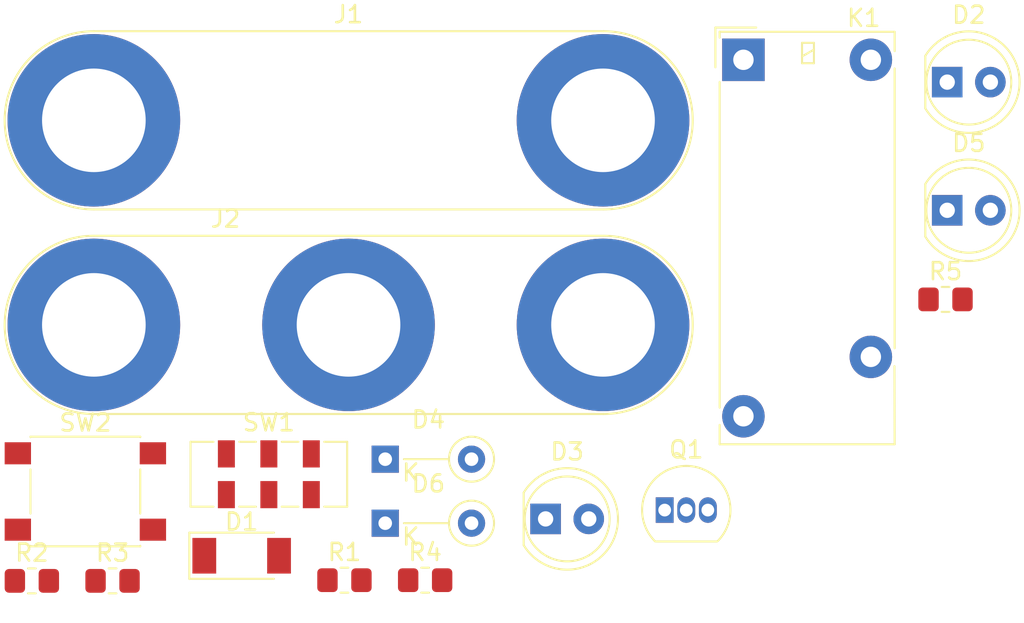
<source format=kicad_pcb>
(kicad_pcb (version 20171130) (host pcbnew 5.1.8-db9833491~88~ubuntu20.04.1)

  (general
    (thickness 1.6)
    (drawings 0)
    (tracks 0)
    (zones 0)
    (modules 17)
    (nets 16)
  )

  (page A4)
  (layers
    (0 F.Cu signal)
    (31 B.Cu signal)
    (32 B.Adhes user)
    (33 F.Adhes user)
    (34 B.Paste user)
    (35 F.Paste user)
    (36 B.SilkS user)
    (37 F.SilkS user)
    (38 B.Mask user)
    (39 F.Mask user)
    (40 Dwgs.User user)
    (41 Cmts.User user)
    (42 Eco1.User user)
    (43 Eco2.User user)
    (44 Edge.Cuts user)
    (45 Margin user)
    (46 B.CrtYd user)
    (47 F.CrtYd user)
    (48 B.Fab user)
    (49 F.Fab user)
  )

  (setup
    (last_trace_width 0.25)
    (trace_clearance 0.2)
    (zone_clearance 0.508)
    (zone_45_only no)
    (trace_min 0.2)
    (via_size 0.8)
    (via_drill 0.4)
    (via_min_size 0.4)
    (via_min_drill 0.3)
    (uvia_size 0.3)
    (uvia_drill 0.1)
    (uvias_allowed no)
    (uvia_min_size 0.2)
    (uvia_min_drill 0.1)
    (edge_width 0.05)
    (segment_width 0.2)
    (pcb_text_width 0.3)
    (pcb_text_size 1.5 1.5)
    (mod_edge_width 0.12)
    (mod_text_size 1 1)
    (mod_text_width 0.15)
    (pad_size 1.524 1.524)
    (pad_drill 0.762)
    (pad_to_mask_clearance 0)
    (aux_axis_origin 0 0)
    (visible_elements FFFFFF7F)
    (pcbplotparams
      (layerselection 0x010fc_ffffffff)
      (usegerberextensions false)
      (usegerberattributes true)
      (usegerberadvancedattributes true)
      (creategerberjobfile true)
      (excludeedgelayer true)
      (linewidth 0.100000)
      (plotframeref false)
      (viasonmask false)
      (mode 1)
      (useauxorigin false)
      (hpglpennumber 1)
      (hpglpenspeed 20)
      (hpglpendiameter 15.000000)
      (psnegative false)
      (psa4output false)
      (plotreference true)
      (plotvalue true)
      (plotinvisibletext false)
      (padsonsilk false)
      (subtractmaskfromsilk false)
      (outputformat 1)
      (mirror false)
      (drillshape 1)
      (scaleselection 1)
      (outputdirectory ""))
  )

  (net 0 "")
  (net 1 "Net-(D1-Pad1)")
  (net 2 "Net-(D1-Pad2)")
  (net 3 "Net-(D2-Pad1)")
  (net 4 GND)
  (net 5 "Net-(D3-Pad2)")
  (net 6 "Net-(D4-Pad2)")
  (net 7 "Net-(D4-Pad1)")
  (net 8 "Net-(D5-Pad2)")
  (net 9 "Net-(D5-Pad1)")
  (net 10 "Net-(D6-Pad2)")
  (net 11 "Net-(J2-Pad3)")
  (net 12 +VDC)
  (net 13 "Net-(Q1-Pad2)")
  (net 14 "Net-(R2-Pad1)")
  (net 15 "Net-(SW1-Pad1)")

  (net_class Default "This is the default net class."
    (clearance 0.2)
    (trace_width 0.25)
    (via_dia 0.8)
    (via_drill 0.4)
    (uvia_dia 0.3)
    (uvia_drill 0.1)
    (add_net +VDC)
    (add_net GND)
    (add_net "Net-(D1-Pad1)")
    (add_net "Net-(D1-Pad2)")
    (add_net "Net-(D2-Pad1)")
    (add_net "Net-(D3-Pad2)")
    (add_net "Net-(D4-Pad1)")
    (add_net "Net-(D4-Pad2)")
    (add_net "Net-(D5-Pad1)")
    (add_net "Net-(D5-Pad2)")
    (add_net "Net-(D6-Pad2)")
    (add_net "Net-(J2-Pad3)")
    (add_net "Net-(Q1-Pad2)")
    (add_net "Net-(R2-Pad1)")
    (add_net "Net-(SW1-Pad1)")
  )

  (module Diode_SMD:D_SOD-128 (layer F.Cu) (tedit 5D3216F4) (tstamp 601F6464)
    (at 115.825001 107.375001)
    (descr "D_SOD-128 (CFP5 SlimSMAW), https://assets.nexperia.com/documents/outline-drawing/SOD128.pdf")
    (tags D_SOD-128)
    (path /601CE6CB)
    (attr smd)
    (fp_text reference D1 (at 0 -2) (layer F.SilkS)
      (effects (font (size 1 1) (thickness 0.15)))
    )
    (fp_text value D_Schottky (at 0 2) (layer F.Fab)
      (effects (font (size 1 1) (thickness 0.15)))
    )
    (fp_line (start -3.08 -1.36) (end 1.9 -1.36) (layer F.SilkS) (width 0.12))
    (fp_line (start -3.08 1.36) (end 1.9 1.36) (layer F.SilkS) (width 0.12))
    (fp_line (start -3.15 -1.5) (end -3.15 1.5) (layer F.CrtYd) (width 0.05))
    (fp_line (start 3.15 1.5) (end -3.15 1.5) (layer F.CrtYd) (width 0.05))
    (fp_line (start 3.15 -1.5) (end 3.15 1.5) (layer F.CrtYd) (width 0.05))
    (fp_line (start -3.15 -1.5) (end 3.15 -1.5) (layer F.CrtYd) (width 0.05))
    (fp_line (start -1.9 -1.25) (end 1.9 -1.25) (layer F.Fab) (width 0.1))
    (fp_line (start 1.9 -1.25) (end 1.9 1.25) (layer F.Fab) (width 0.1))
    (fp_line (start 1.9 1.25) (end -1.9 1.25) (layer F.Fab) (width 0.1))
    (fp_line (start -1.9 1.25) (end -1.9 -1.25) (layer F.Fab) (width 0.1))
    (fp_line (start -0.75 0) (end -0.35 0) (layer F.Fab) (width 0.1))
    (fp_line (start -0.35 0) (end -0.35 -0.55) (layer F.Fab) (width 0.1))
    (fp_line (start -0.35 0) (end -0.35 0.55) (layer F.Fab) (width 0.1))
    (fp_line (start -0.35 0) (end 0.25 -0.4) (layer F.Fab) (width 0.1))
    (fp_line (start 0.25 -0.4) (end 0.25 0.4) (layer F.Fab) (width 0.1))
    (fp_line (start 0.25 0.4) (end -0.35 0) (layer F.Fab) (width 0.1))
    (fp_line (start 0.25 0) (end 0.75 0) (layer F.Fab) (width 0.1))
    (fp_line (start -3.08 -1.36) (end -3.08 1.36) (layer F.SilkS) (width 0.12))
    (fp_text user %R (at 0 -2) (layer F.Fab)
      (effects (font (size 1 1) (thickness 0.15)))
    )
    (pad 1 smd rect (at -2.2 0) (size 1.4 2.1) (layers F.Cu F.Paste F.Mask)
      (net 1 "Net-(D1-Pad1)"))
    (pad 2 smd rect (at 2.2 0) (size 1.4 2.1) (layers F.Cu F.Paste F.Mask)
      (net 2 "Net-(D1-Pad2)"))
    (model ${KISYS3DMOD}/Diode_SMD.3dshapes/D_SOD-128.wrl
      (at (xyz 0 0 0))
      (scale (xyz 1 1 1))
      (rotate (xyz 0 0 0))
    )
  )

  (module LED_THT:LED_D5.0mm (layer F.Cu) (tedit 5995936A) (tstamp 601F6476)
    (at 157.355001 79.475001)
    (descr "LED, diameter 5.0mm, 2 pins, http://cdn-reichelt.de/documents/datenblatt/A500/LL-504BC2E-009.pdf")
    (tags "LED diameter 5.0mm 2 pins")
    (path /601CAE0C)
    (fp_text reference D2 (at 1.27 -3.96) (layer F.SilkS)
      (effects (font (size 1 1) (thickness 0.15)))
    )
    (fp_text value LED (at 1.27 3.96) (layer F.Fab)
      (effects (font (size 1 1) (thickness 0.15)))
    )
    (fp_line (start 4.5 -3.25) (end -1.95 -3.25) (layer F.CrtYd) (width 0.05))
    (fp_line (start 4.5 3.25) (end 4.5 -3.25) (layer F.CrtYd) (width 0.05))
    (fp_line (start -1.95 3.25) (end 4.5 3.25) (layer F.CrtYd) (width 0.05))
    (fp_line (start -1.95 -3.25) (end -1.95 3.25) (layer F.CrtYd) (width 0.05))
    (fp_line (start -1.29 -1.545) (end -1.29 1.545) (layer F.SilkS) (width 0.12))
    (fp_line (start -1.23 -1.469694) (end -1.23 1.469694) (layer F.Fab) (width 0.1))
    (fp_circle (center 1.27 0) (end 3.77 0) (layer F.SilkS) (width 0.12))
    (fp_circle (center 1.27 0) (end 3.77 0) (layer F.Fab) (width 0.1))
    (fp_arc (start 1.27 0) (end -1.23 -1.469694) (angle 299.1) (layer F.Fab) (width 0.1))
    (fp_arc (start 1.27 0) (end -1.29 -1.54483) (angle 148.9) (layer F.SilkS) (width 0.12))
    (fp_arc (start 1.27 0) (end -1.29 1.54483) (angle -148.9) (layer F.SilkS) (width 0.12))
    (fp_text user %R (at 1.25 0) (layer F.Fab)
      (effects (font (size 0.8 0.8) (thickness 0.2)))
    )
    (pad 1 thru_hole rect (at 0 0) (size 1.8 1.8) (drill 0.9) (layers *.Cu *.Mask)
      (net 3 "Net-(D2-Pad1)"))
    (pad 2 thru_hole circle (at 2.54 0) (size 1.8 1.8) (drill 0.9) (layers *.Cu *.Mask)
      (net 2 "Net-(D1-Pad2)"))
    (model ${KISYS3DMOD}/LED_THT.3dshapes/LED_D5.0mm.wrl
      (at (xyz 0 0 0))
      (scale (xyz 1 1 1))
      (rotate (xyz 0 0 0))
    )
  )

  (module LED_THT:LED_D5.0mm (layer F.Cu) (tedit 5995936A) (tstamp 601F6488)
    (at 133.715001 105.205001)
    (descr "LED, diameter 5.0mm, 2 pins, http://cdn-reichelt.de/documents/datenblatt/A500/LL-504BC2E-009.pdf")
    (tags "LED diameter 5.0mm 2 pins")
    (path /601B1F12)
    (fp_text reference D3 (at 1.27 -3.96) (layer F.SilkS)
      (effects (font (size 1 1) (thickness 0.15)))
    )
    (fp_text value LED (at 1.27 3.96) (layer F.Fab)
      (effects (font (size 1 1) (thickness 0.15)))
    )
    (fp_line (start 4.5 -3.25) (end -1.95 -3.25) (layer F.CrtYd) (width 0.05))
    (fp_line (start 4.5 3.25) (end 4.5 -3.25) (layer F.CrtYd) (width 0.05))
    (fp_line (start -1.95 3.25) (end 4.5 3.25) (layer F.CrtYd) (width 0.05))
    (fp_line (start -1.95 -3.25) (end -1.95 3.25) (layer F.CrtYd) (width 0.05))
    (fp_line (start -1.29 -1.545) (end -1.29 1.545) (layer F.SilkS) (width 0.12))
    (fp_line (start -1.23 -1.469694) (end -1.23 1.469694) (layer F.Fab) (width 0.1))
    (fp_circle (center 1.27 0) (end 3.77 0) (layer F.SilkS) (width 0.12))
    (fp_circle (center 1.27 0) (end 3.77 0) (layer F.Fab) (width 0.1))
    (fp_arc (start 1.27 0) (end -1.23 -1.469694) (angle 299.1) (layer F.Fab) (width 0.1))
    (fp_arc (start 1.27 0) (end -1.29 -1.54483) (angle 148.9) (layer F.SilkS) (width 0.12))
    (fp_arc (start 1.27 0) (end -1.29 1.54483) (angle -148.9) (layer F.SilkS) (width 0.12))
    (fp_text user %R (at 1.25 0) (layer F.Fab)
      (effects (font (size 0.8 0.8) (thickness 0.2)))
    )
    (pad 1 thru_hole rect (at 0 0) (size 1.8 1.8) (drill 0.9) (layers *.Cu *.Mask)
      (net 4 GND))
    (pad 2 thru_hole circle (at 2.54 0) (size 1.8 1.8) (drill 0.9) (layers *.Cu *.Mask)
      (net 5 "Net-(D3-Pad2)"))
    (model ${KISYS3DMOD}/LED_THT.3dshapes/LED_D5.0mm.wrl
      (at (xyz 0 0 0))
      (scale (xyz 1 1 1))
      (rotate (xyz 0 0 0))
    )
  )

  (module Diode_THT:D_DO-35_SOD27_P5.08mm_Vertical_KathodeUp (layer F.Cu) (tedit 5AE50CD5) (tstamp 601F6499)
    (at 124.275001 101.686372)
    (descr "Diode, DO-35_SOD27 series, Axial, Vertical, pin pitch=5.08mm, , length*diameter=4*2mm^2, , http://www.diodes.com/_files/packages/DO-35.pdf")
    (tags "Diode DO-35_SOD27 series Axial Vertical pin pitch 5.08mm  length 4mm diameter 2mm")
    (path /601B23FF)
    (fp_text reference D4 (at 2.54 -2.326371) (layer F.SilkS)
      (effects (font (size 1 1) (thickness 0.15)))
    )
    (fp_text value DIODE (at 2.54 2.326371) (layer F.Fab)
      (effects (font (size 1 1) (thickness 0.15)))
    )
    (fp_text user K (at 1.5 0.8) (layer F.SilkS)
      (effects (font (size 1 1) (thickness 0.15)))
    )
    (fp_text user K (at 1.5 0.8) (layer F.Fab)
      (effects (font (size 1 1) (thickness 0.15)))
    )
    (fp_text user %R (at 2.54 -2.326371) (layer F.Fab)
      (effects (font (size 1 1) (thickness 0.15)))
    )
    (fp_circle (center 5.08 0) (end 6.08 0) (layer F.Fab) (width 0.1))
    (fp_circle (center 5.08 0) (end 6.406371 0) (layer F.SilkS) (width 0.12))
    (fp_line (start 0 0) (end 5.08 0) (layer F.Fab) (width 0.1))
    (fp_line (start 3.753629 0) (end 1.1 0) (layer F.SilkS) (width 0.12))
    (fp_line (start -1.05 -1.25) (end -1.05 1.25) (layer F.CrtYd) (width 0.05))
    (fp_line (start -1.05 1.25) (end 6.33 1.25) (layer F.CrtYd) (width 0.05))
    (fp_line (start 6.33 1.25) (end 6.33 -1.25) (layer F.CrtYd) (width 0.05))
    (fp_line (start 6.33 -1.25) (end -1.05 -1.25) (layer F.CrtYd) (width 0.05))
    (pad 2 thru_hole oval (at 5.08 0) (size 1.6 1.6) (drill 0.8) (layers *.Cu *.Mask)
      (net 6 "Net-(D4-Pad2)"))
    (pad 1 thru_hole rect (at 0 0) (size 1.6 1.6) (drill 0.8) (layers *.Cu *.Mask)
      (net 7 "Net-(D4-Pad1)"))
    (model ${KISYS3DMOD}/Diode_THT.3dshapes/D_DO-35_SOD27_P5.08mm_Vertical_KathodeUp.wrl
      (at (xyz 0 0 0))
      (scale (xyz 1 1 1))
      (rotate (xyz 0 0 0))
    )
  )

  (module LED_THT:LED_D5.0mm (layer F.Cu) (tedit 5995936A) (tstamp 601F64AB)
    (at 157.355001 87.025001)
    (descr "LED, diameter 5.0mm, 2 pins, http://cdn-reichelt.de/documents/datenblatt/A500/LL-504BC2E-009.pdf")
    (tags "LED diameter 5.0mm 2 pins")
    (path /601AC983)
    (fp_text reference D5 (at 1.27 -3.96) (layer F.SilkS)
      (effects (font (size 1 1) (thickness 0.15)))
    )
    (fp_text value LED (at 1.27 3.96) (layer F.Fab)
      (effects (font (size 1 1) (thickness 0.15)))
    )
    (fp_text user %R (at 1.25 0) (layer F.Fab)
      (effects (font (size 0.8 0.8) (thickness 0.2)))
    )
    (fp_arc (start 1.27 0) (end -1.29 1.54483) (angle -148.9) (layer F.SilkS) (width 0.12))
    (fp_arc (start 1.27 0) (end -1.29 -1.54483) (angle 148.9) (layer F.SilkS) (width 0.12))
    (fp_arc (start 1.27 0) (end -1.23 -1.469694) (angle 299.1) (layer F.Fab) (width 0.1))
    (fp_circle (center 1.27 0) (end 3.77 0) (layer F.Fab) (width 0.1))
    (fp_circle (center 1.27 0) (end 3.77 0) (layer F.SilkS) (width 0.12))
    (fp_line (start -1.23 -1.469694) (end -1.23 1.469694) (layer F.Fab) (width 0.1))
    (fp_line (start -1.29 -1.545) (end -1.29 1.545) (layer F.SilkS) (width 0.12))
    (fp_line (start -1.95 -3.25) (end -1.95 3.25) (layer F.CrtYd) (width 0.05))
    (fp_line (start -1.95 3.25) (end 4.5 3.25) (layer F.CrtYd) (width 0.05))
    (fp_line (start 4.5 3.25) (end 4.5 -3.25) (layer F.CrtYd) (width 0.05))
    (fp_line (start 4.5 -3.25) (end -1.95 -3.25) (layer F.CrtYd) (width 0.05))
    (pad 2 thru_hole circle (at 2.54 0) (size 1.8 1.8) (drill 0.9) (layers *.Cu *.Mask)
      (net 8 "Net-(D5-Pad2)"))
    (pad 1 thru_hole rect (at 0 0) (size 1.8 1.8) (drill 0.9) (layers *.Cu *.Mask)
      (net 9 "Net-(D5-Pad1)"))
    (model ${KISYS3DMOD}/LED_THT.3dshapes/LED_D5.0mm.wrl
      (at (xyz 0 0 0))
      (scale (xyz 1 1 1))
      (rotate (xyz 0 0 0))
    )
  )

  (module Diode_THT:D_DO-35_SOD27_P5.08mm_Vertical_KathodeUp (layer F.Cu) (tedit 5AE50CD5) (tstamp 601F64BC)
    (at 124.275001 105.456372)
    (descr "Diode, DO-35_SOD27 series, Axial, Vertical, pin pitch=5.08mm, , length*diameter=4*2mm^2, , http://www.diodes.com/_files/packages/DO-35.pdf")
    (tags "Diode DO-35_SOD27 series Axial Vertical pin pitch 5.08mm  length 4mm diameter 2mm")
    (path /601B0885)
    (fp_text reference D6 (at 2.54 -2.326371) (layer F.SilkS)
      (effects (font (size 1 1) (thickness 0.15)))
    )
    (fp_text value DIODE (at 2.54 2.326371) (layer F.Fab)
      (effects (font (size 1 1) (thickness 0.15)))
    )
    (fp_line (start 6.33 -1.25) (end -1.05 -1.25) (layer F.CrtYd) (width 0.05))
    (fp_line (start 6.33 1.25) (end 6.33 -1.25) (layer F.CrtYd) (width 0.05))
    (fp_line (start -1.05 1.25) (end 6.33 1.25) (layer F.CrtYd) (width 0.05))
    (fp_line (start -1.05 -1.25) (end -1.05 1.25) (layer F.CrtYd) (width 0.05))
    (fp_line (start 3.753629 0) (end 1.1 0) (layer F.SilkS) (width 0.12))
    (fp_line (start 0 0) (end 5.08 0) (layer F.Fab) (width 0.1))
    (fp_circle (center 5.08 0) (end 6.406371 0) (layer F.SilkS) (width 0.12))
    (fp_circle (center 5.08 0) (end 6.08 0) (layer F.Fab) (width 0.1))
    (fp_text user %R (at 2.54 -2.326371) (layer F.Fab)
      (effects (font (size 1 1) (thickness 0.15)))
    )
    (fp_text user K (at 1.5 0.8) (layer F.Fab)
      (effects (font (size 1 1) (thickness 0.15)))
    )
    (fp_text user K (at 1.5 0.8) (layer F.SilkS)
      (effects (font (size 1 1) (thickness 0.15)))
    )
    (pad 1 thru_hole rect (at 0 0) (size 1.6 1.6) (drill 0.8) (layers *.Cu *.Mask)
      (net 4 GND))
    (pad 2 thru_hole oval (at 5.08 0) (size 1.6 1.6) (drill 0.8) (layers *.Cu *.Mask)
      (net 10 "Net-(D6-Pad2)"))
    (model ${KISYS3DMOD}/Diode_THT.3dshapes/D_DO-35_SOD27_P5.08mm_Vertical_KathodeUp.wrl
      (at (xyz 0 0 0))
      (scale (xyz 1 1 1))
      (rotate (xyz 0 0 0))
    )
  )

  (module Connector:Banana_Jack_2Pin (layer F.Cu) (tedit 5A1AB217) (tstamp 601F64CF)
    (at 107.125001 81.725001)
    (descr "Dual banana socket, footprint - 2 x 6mm drills")
    (tags "banana socket")
    (path /60234595)
    (fp_text reference J1 (at 14.985 -6.24) (layer F.SilkS)
      (effects (font (size 1 1) (thickness 0.15)))
    )
    (fp_text value Conn_01x02 (at 14.985 6.29) (layer F.Fab)
      (effects (font (size 1 1) (thickness 0.15)))
    )
    (fp_circle (center 30 0) (end 34.75 0) (layer F.Fab) (width 0.1))
    (fp_circle (center 0 0) (end 4.75 0) (layer F.Fab) (width 0.1))
    (fp_circle (center 0 0) (end 2 0) (layer F.Fab) (width 0.1))
    (fp_circle (center 30 0) (end 32 0) (layer F.Fab) (width 0.1))
    (fp_line (start 30 -5.25) (end 0 -5.25) (layer F.SilkS) (width 0.12))
    (fp_line (start 0 5.25) (end 30 5.25) (layer F.SilkS) (width 0.12))
    (fp_line (start 0 5.5) (end 30 5.5) (layer F.CrtYd) (width 0.05))
    (fp_line (start 30 -5.5) (end 0 -5.5) (layer F.CrtYd) (width 0.05))
    (fp_text user %R (at 14.985 0) (layer F.Fab)
      (effects (font (size 1 1) (thickness 0.15)))
    )
    (fp_arc (start 0 0) (end 0 5.5) (angle 180) (layer F.CrtYd) (width 0.05))
    (fp_arc (start 30 0) (end 30 -5.5) (angle 180) (layer F.CrtYd) (width 0.05))
    (fp_arc (start 30 0) (end 30 -5.25) (angle 180) (layer F.SilkS) (width 0.12))
    (fp_arc (start 0 0) (end 0 5.25) (angle 180) (layer F.SilkS) (width 0.12))
    (pad 1 thru_hole circle (at 0 0) (size 10.16 10.16) (drill 6.1) (layers *.Cu *.Mask)
      (net 4 GND))
    (pad 2 thru_hole circle (at 29.97 0) (size 10.16 10.16) (drill 6.1) (layers *.Cu *.Mask)
      (net 1 "Net-(D1-Pad1)"))
    (model ${KISYS3DMOD}/Connector.3dshapes/Banana_Jack_2Pin.wrl
      (offset (xyz 14.98599977493286 0 0))
      (scale (xyz 2 2 2))
      (rotate (xyz 0 0 0))
    )
  )

  (module Connector:Banana_Jack_3Pin (layer F.Cu) (tedit 5A1AB217) (tstamp 601F64E5)
    (at 107.125001 93.775001)
    (descr "Triple banana socket, footprint - 3 x 6mm drills")
    (tags "banana socket")
    (path /602352B1)
    (fp_text reference J2 (at 7.75 -6.25) (layer F.SilkS)
      (effects (font (size 1 1) (thickness 0.15)))
    )
    (fp_text value Conn_01x03 (at 22.5 -6.25) (layer F.Fab)
      (effects (font (size 1 1) (thickness 0.15)))
    )
    (fp_circle (center 0 0) (end 2 0) (layer F.Fab) (width 0.1))
    (fp_circle (center 0 0) (end 4.75 0) (layer F.Fab) (width 0.1))
    (fp_circle (center 15 0) (end 17 0) (layer F.Fab) (width 0.1))
    (fp_circle (center 15 0) (end 19.75 0) (layer F.Fab) (width 0.1))
    (fp_circle (center 30 0) (end 30 -4.75) (layer F.Fab) (width 0.1))
    (fp_circle (center 30 0) (end 30 -2) (layer F.Fab) (width 0.1))
    (fp_line (start 30 -5.25) (end 0 -5.25) (layer F.SilkS) (width 0.12))
    (fp_line (start 0 5.25) (end 30 5.25) (layer F.SilkS) (width 0.12))
    (fp_line (start 0 -5.5) (end 30 -5.5) (layer F.CrtYd) (width 0.05))
    (fp_line (start 30 5.5) (end 0 5.5) (layer F.CrtYd) (width 0.05))
    (fp_text user %R (at 14.99 0) (layer F.Fab)
      (effects (font (size 0.8 0.8) (thickness 0.12)))
    )
    (fp_arc (start 0 0) (end 0 5.5) (angle 180) (layer F.CrtYd) (width 0.05))
    (fp_arc (start 30 0) (end 30 -5.5) (angle 180) (layer F.CrtYd) (width 0.05))
    (fp_arc (start 30 0) (end 30 -5.25) (angle 180) (layer F.SilkS) (width 0.12))
    (fp_arc (start 0 0) (end 0 5.25) (angle 180) (layer F.SilkS) (width 0.12))
    (pad 1 thru_hole circle (at 0 0) (size 10.16 10.16) (drill 6.1) (layers *.Cu *.Mask)
      (net 4 GND))
    (pad 3 thru_hole circle (at 29.97 0) (size 10.16 10.16) (drill 6.1) (layers *.Cu *.Mask)
      (net 11 "Net-(J2-Pad3)"))
    (pad 2 thru_hole circle (at 14.99 0) (size 10.16 10.16) (drill 6.1) (layers *.Cu *.Mask)
      (net 12 +VDC))
    (model ${KISYS3DMOD}/Connector.3dshapes/Banana_Jack_3Pin.wrl
      (offset (xyz 14.9999997746626 0 0))
      (scale (xyz 2 2 2))
      (rotate (xyz 0 0 0))
    )
  )

  (module Relay_THT:Relay_1P1T_NO_10x24x18.8mm_Panasonic_ADW11xxxxW_THT (layer F.Cu) (tedit 5E68DFB0) (tstamp 601F6507)
    (at 145.360001 78.160001)
    (descr "Panasonic Relay SPST 10mm 24mm, https://www.panasonic-electric-works.com/pew/es/downloads/ds_dw_hl_en.pdf")
    (tags "Panasonic Relay SPST")
    (path /601A6CAB)
    (fp_text reference K1 (at 7.08 -2.46 180) (layer F.SilkS)
      (effects (font (size 1 1) (thickness 0.15)))
    )
    (fp_text value ADW11 (at 3.99 23.62 180) (layer F.Fab)
      (effects (font (size 1 1) (thickness 0.15)))
    )
    (fp_line (start -1.4 -1.65) (end -1.4 -1.31) (layer F.SilkS) (width 0.12))
    (fp_line (start -1.4 22.65) (end -1.4 21.51) (layer F.SilkS) (width 0.12))
    (fp_line (start 8.89 18.05) (end 8.9 22.65) (layer F.SilkS) (width 0.12))
    (fp_line (start 8.9 -1.65) (end 8.9 -0.51) (layer F.SilkS) (width 0.12))
    (fp_line (start 9 22.75) (end -1.5 22.75) (layer F.CrtYd) (width 0.05))
    (fp_line (start -1.5 -1.75) (end -1.5 22.75) (layer F.CrtYd) (width 0.05))
    (fp_line (start 9 -1.75) (end -1.5 -1.75) (layer F.CrtYd) (width 0.05))
    (fp_line (start 9 22.75) (end 9 -1.75) (layer F.CrtYd) (width 0.05))
    (fp_line (start -1.65 -1.9) (end 0.75 -1.9) (layer F.SilkS) (width 0.12))
    (fp_line (start -1.65 0.44) (end -1.65 -1.9) (layer F.SilkS) (width 0.12))
    (fp_line (start 3.45 0.2) (end 4.15 0.2) (layer F.SilkS) (width 0.12))
    (fp_line (start 3.45 -1) (end 3.45 0.2) (layer F.SilkS) (width 0.12))
    (fp_line (start 4.15 -1) (end 3.45 -1) (layer F.SilkS) (width 0.12))
    (fp_line (start 4.15 0.2) (end 4.15 -1) (layer F.SilkS) (width 0.12))
    (fp_line (start 3.45 -0.2) (end 4.15 -0.6) (layer F.SilkS) (width 0.12))
    (fp_line (start 8.9 22.65) (end -1.4 22.65) (layer F.SilkS) (width 0.12))
    (fp_line (start -1.4 1.31) (end -1.4 20.49) (layer F.SilkS) (width 0.12))
    (fp_line (start 8.9 -1.65) (end -1.4 -1.65) (layer F.SilkS) (width 0.12))
    (fp_line (start 8.9 0.51) (end 8.9 16.99) (layer F.SilkS) (width 0.12))
    (fp_line (start 1.55 -0.4) (end 6.05 -0.4) (layer F.Fab) (width 0.1))
    (fp_line (start 8.75 22.5) (end -1.25 22.5) (layer F.Fab) (width 0.1))
    (fp_line (start -1.25 0) (end -1.25 22.5) (layer F.Fab) (width 0.1))
    (fp_line (start 8.75 -1.5) (end 0 -1.5) (layer F.Fab) (width 0.1))
    (fp_line (start 8.75 22.5) (end 8.75 -1.5) (layer F.Fab) (width 0.1))
    (fp_line (start -1.25 0) (end 0 -1.5) (layer F.Fab) (width 0.1))
    (fp_text user %R (at 3.75 12 180) (layer F.Fab)
      (effects (font (size 1 1) (thickness 0.15)))
    )
    (pad 1 thru_hole rect (at 0 0) (size 2.5 2.5) (drill 1.2) (layers *.Cu *.Mask)
      (net 10 "Net-(D6-Pad2)"))
    (pad 3 thru_hole oval (at 0 21) (size 2.5 2.5) (drill 1.2) (layers *.Cu *.Mask)
      (net 11 "Net-(J2-Pad3)"))
    (pad 5 thru_hole oval (at 7.5 17.5) (size 2.5 2.5) (drill 1.2) (layers *.Cu *.Mask)
      (net 4 GND))
    (pad 6 thru_hole oval (at 7.5 0) (size 2.5 2.5) (drill 1.2) (layers *.Cu *.Mask)
      (net 4 GND))
    (model ${KISYS3DMOD}/Relay_THT.3dshapes/Relay_1P1T_NO_10x24x18.8mm_Panasonic_ADW11xxxxW_THT.wrl
      (at (xyz 0 0 0))
      (scale (xyz 1 1 1))
      (rotate (xyz 0 0 0))
    )
  )

  (module Package_TO_SOT_THT:TO-92_Inline (layer F.Cu) (tedit 5A1DD157) (tstamp 601F6519)
    (at 140.725001 104.685001)
    (descr "TO-92 leads in-line, narrow, oval pads, drill 0.75mm (see NXP sot054_po.pdf)")
    (tags "to-92 sc-43 sc-43a sot54 PA33 transistor")
    (path /601A99C7)
    (fp_text reference Q1 (at 1.27 -3.56) (layer F.SilkS)
      (effects (font (size 1 1) (thickness 0.15)))
    )
    (fp_text value BS170 (at 1.27 2.79) (layer F.Fab)
      (effects (font (size 1 1) (thickness 0.15)))
    )
    (fp_line (start 4 2.01) (end -1.46 2.01) (layer F.CrtYd) (width 0.05))
    (fp_line (start 4 2.01) (end 4 -2.73) (layer F.CrtYd) (width 0.05))
    (fp_line (start -1.46 -2.73) (end -1.46 2.01) (layer F.CrtYd) (width 0.05))
    (fp_line (start -1.46 -2.73) (end 4 -2.73) (layer F.CrtYd) (width 0.05))
    (fp_line (start -0.5 1.75) (end 3 1.75) (layer F.Fab) (width 0.1))
    (fp_line (start -0.53 1.85) (end 3.07 1.85) (layer F.SilkS) (width 0.12))
    (fp_text user %R (at 1.27 0) (layer F.Fab)
      (effects (font (size 1 1) (thickness 0.15)))
    )
    (fp_arc (start 1.27 0) (end 1.27 -2.48) (angle 135) (layer F.Fab) (width 0.1))
    (fp_arc (start 1.27 0) (end 1.27 -2.6) (angle -135) (layer F.SilkS) (width 0.12))
    (fp_arc (start 1.27 0) (end 1.27 -2.48) (angle -135) (layer F.Fab) (width 0.1))
    (fp_arc (start 1.27 0) (end 1.27 -2.6) (angle 135) (layer F.SilkS) (width 0.12))
    (pad 2 thru_hole oval (at 1.27 0) (size 1.05 1.5) (drill 0.75) (layers *.Cu *.Mask)
      (net 13 "Net-(Q1-Pad2)"))
    (pad 3 thru_hole oval (at 2.54 0) (size 1.05 1.5) (drill 0.75) (layers *.Cu *.Mask)
      (net 4 GND))
    (pad 1 thru_hole rect (at 0 0) (size 1.05 1.5) (drill 0.75) (layers *.Cu *.Mask)
      (net 9 "Net-(D5-Pad1)"))
    (model ${KISYS3DMOD}/Package_TO_SOT_THT.3dshapes/TO-92_Inline.wrl
      (at (xyz 0 0 0))
      (scale (xyz 1 1 1))
      (rotate (xyz 0 0 0))
    )
  )

  (module Resistor_SMD:R_0805_2012Metric_Pad1.20x1.40mm_HandSolder (layer F.Cu) (tedit 5F68FEEE) (tstamp 601F652A)
    (at 121.875001 108.815001)
    (descr "Resistor SMD 0805 (2012 Metric), square (rectangular) end terminal, IPC_7351 nominal with elongated pad for handsoldering. (Body size source: IPC-SM-782 page 72, https://www.pcb-3d.com/wordpress/wp-content/uploads/ipc-sm-782a_amendment_1_and_2.pdf), generated with kicad-footprint-generator")
    (tags "resistor handsolder")
    (path /601CB6EB)
    (attr smd)
    (fp_text reference R1 (at 0 -1.65) (layer F.SilkS)
      (effects (font (size 1 1) (thickness 0.15)))
    )
    (fp_text value 1k (at 0 1.65) (layer F.Fab)
      (effects (font (size 1 1) (thickness 0.15)))
    )
    (fp_text user %R (at 0 0) (layer F.Fab)
      (effects (font (size 0.5 0.5) (thickness 0.08)))
    )
    (fp_line (start -1 0.625) (end -1 -0.625) (layer F.Fab) (width 0.1))
    (fp_line (start -1 -0.625) (end 1 -0.625) (layer F.Fab) (width 0.1))
    (fp_line (start 1 -0.625) (end 1 0.625) (layer F.Fab) (width 0.1))
    (fp_line (start 1 0.625) (end -1 0.625) (layer F.Fab) (width 0.1))
    (fp_line (start -0.227064 -0.735) (end 0.227064 -0.735) (layer F.SilkS) (width 0.12))
    (fp_line (start -0.227064 0.735) (end 0.227064 0.735) (layer F.SilkS) (width 0.12))
    (fp_line (start -1.85 0.95) (end -1.85 -0.95) (layer F.CrtYd) (width 0.05))
    (fp_line (start -1.85 -0.95) (end 1.85 -0.95) (layer F.CrtYd) (width 0.05))
    (fp_line (start 1.85 -0.95) (end 1.85 0.95) (layer F.CrtYd) (width 0.05))
    (fp_line (start 1.85 0.95) (end -1.85 0.95) (layer F.CrtYd) (width 0.05))
    (pad 2 smd roundrect (at 1 0) (size 1.2 1.4) (layers F.Cu F.Paste F.Mask) (roundrect_rratio 0.208333)
      (net 4 GND))
    (pad 1 smd roundrect (at -1 0) (size 1.2 1.4) (layers F.Cu F.Paste F.Mask) (roundrect_rratio 0.208333)
      (net 3 "Net-(D2-Pad1)"))
    (model ${KISYS3DMOD}/Resistor_SMD.3dshapes/R_0805_2012Metric.wrl
      (at (xyz 0 0 0))
      (scale (xyz 1 1 1))
      (rotate (xyz 0 0 0))
    )
  )

  (module Resistor_SMD:R_0805_2012Metric_Pad1.20x1.40mm_HandSolder (layer F.Cu) (tedit 5F68FEEE) (tstamp 601F653B)
    (at 103.475001 108.855001)
    (descr "Resistor SMD 0805 (2012 Metric), square (rectangular) end terminal, IPC_7351 nominal with elongated pad for handsoldering. (Body size source: IPC-SM-782 page 72, https://www.pcb-3d.com/wordpress/wp-content/uploads/ipc-sm-782a_amendment_1_and_2.pdf), generated with kicad-footprint-generator")
    (tags "resistor handsolder")
    (path /601B2DF8)
    (attr smd)
    (fp_text reference R2 (at 0 -1.65) (layer F.SilkS)
      (effects (font (size 1 1) (thickness 0.15)))
    )
    (fp_text value 1k (at 0 1.65) (layer F.Fab)
      (effects (font (size 1 1) (thickness 0.15)))
    )
    (fp_text user %R (at 0 0) (layer F.Fab)
      (effects (font (size 0.5 0.5) (thickness 0.08)))
    )
    (fp_line (start -1 0.625) (end -1 -0.625) (layer F.Fab) (width 0.1))
    (fp_line (start -1 -0.625) (end 1 -0.625) (layer F.Fab) (width 0.1))
    (fp_line (start 1 -0.625) (end 1 0.625) (layer F.Fab) (width 0.1))
    (fp_line (start 1 0.625) (end -1 0.625) (layer F.Fab) (width 0.1))
    (fp_line (start -0.227064 -0.735) (end 0.227064 -0.735) (layer F.SilkS) (width 0.12))
    (fp_line (start -0.227064 0.735) (end 0.227064 0.735) (layer F.SilkS) (width 0.12))
    (fp_line (start -1.85 0.95) (end -1.85 -0.95) (layer F.CrtYd) (width 0.05))
    (fp_line (start -1.85 -0.95) (end 1.85 -0.95) (layer F.CrtYd) (width 0.05))
    (fp_line (start 1.85 -0.95) (end 1.85 0.95) (layer F.CrtYd) (width 0.05))
    (fp_line (start 1.85 0.95) (end -1.85 0.95) (layer F.CrtYd) (width 0.05))
    (pad 2 smd roundrect (at 1 0) (size 1.2 1.4) (layers F.Cu F.Paste F.Mask) (roundrect_rratio 0.208333)
      (net 5 "Net-(D3-Pad2)"))
    (pad 1 smd roundrect (at -1 0) (size 1.2 1.4) (layers F.Cu F.Paste F.Mask) (roundrect_rratio 0.208333)
      (net 14 "Net-(R2-Pad1)"))
    (model ${KISYS3DMOD}/Resistor_SMD.3dshapes/R_0805_2012Metric.wrl
      (at (xyz 0 0 0))
      (scale (xyz 1 1 1))
      (rotate (xyz 0 0 0))
    )
  )

  (module Resistor_SMD:R_0805_2012Metric_Pad1.20x1.40mm_HandSolder (layer F.Cu) (tedit 5F68FEEE) (tstamp 601F654C)
    (at 108.225001 108.855001)
    (descr "Resistor SMD 0805 (2012 Metric), square (rectangular) end terminal, IPC_7351 nominal with elongated pad for handsoldering. (Body size source: IPC-SM-782 page 72, https://www.pcb-3d.com/wordpress/wp-content/uploads/ipc-sm-782a_amendment_1_and_2.pdf), generated with kicad-footprint-generator")
    (tags "resistor handsolder")
    (path /601BE169)
    (attr smd)
    (fp_text reference R3 (at 0 -1.65) (layer F.SilkS)
      (effects (font (size 1 1) (thickness 0.15)))
    )
    (fp_text value 1k (at 0 1.65) (layer F.Fab)
      (effects (font (size 1 1) (thickness 0.15)))
    )
    (fp_line (start 1.85 0.95) (end -1.85 0.95) (layer F.CrtYd) (width 0.05))
    (fp_line (start 1.85 -0.95) (end 1.85 0.95) (layer F.CrtYd) (width 0.05))
    (fp_line (start -1.85 -0.95) (end 1.85 -0.95) (layer F.CrtYd) (width 0.05))
    (fp_line (start -1.85 0.95) (end -1.85 -0.95) (layer F.CrtYd) (width 0.05))
    (fp_line (start -0.227064 0.735) (end 0.227064 0.735) (layer F.SilkS) (width 0.12))
    (fp_line (start -0.227064 -0.735) (end 0.227064 -0.735) (layer F.SilkS) (width 0.12))
    (fp_line (start 1 0.625) (end -1 0.625) (layer F.Fab) (width 0.1))
    (fp_line (start 1 -0.625) (end 1 0.625) (layer F.Fab) (width 0.1))
    (fp_line (start -1 -0.625) (end 1 -0.625) (layer F.Fab) (width 0.1))
    (fp_line (start -1 0.625) (end -1 -0.625) (layer F.Fab) (width 0.1))
    (fp_text user %R (at 0 0) (layer F.Fab)
      (effects (font (size 0.5 0.5) (thickness 0.08)))
    )
    (pad 1 smd roundrect (at -1 0) (size 1.2 1.4) (layers F.Cu F.Paste F.Mask) (roundrect_rratio 0.208333)
      (net 8 "Net-(D5-Pad2)"))
    (pad 2 smd roundrect (at 1 0) (size 1.2 1.4) (layers F.Cu F.Paste F.Mask) (roundrect_rratio 0.208333)
      (net 6 "Net-(D4-Pad2)"))
    (model ${KISYS3DMOD}/Resistor_SMD.3dshapes/R_0805_2012Metric.wrl
      (at (xyz 0 0 0))
      (scale (xyz 1 1 1))
      (rotate (xyz 0 0 0))
    )
  )

  (module Resistor_SMD:R_0805_2012Metric_Pad1.20x1.40mm_HandSolder (layer F.Cu) (tedit 5F68FEEE) (tstamp 601F655D)
    (at 126.625001 108.815001)
    (descr "Resistor SMD 0805 (2012 Metric), square (rectangular) end terminal, IPC_7351 nominal with elongated pad for handsoldering. (Body size source: IPC-SM-782 page 72, https://www.pcb-3d.com/wordpress/wp-content/uploads/ipc-sm-782a_amendment_1_and_2.pdf), generated with kicad-footprint-generator")
    (tags "resistor handsolder")
    (path /601AC109)
    (attr smd)
    (fp_text reference R4 (at 0 -1.65) (layer F.SilkS)
      (effects (font (size 1 1) (thickness 0.15)))
    )
    (fp_text value 10k (at 0 1.65) (layer F.Fab)
      (effects (font (size 1 1) (thickness 0.15)))
    )
    (fp_line (start 1.85 0.95) (end -1.85 0.95) (layer F.CrtYd) (width 0.05))
    (fp_line (start 1.85 -0.95) (end 1.85 0.95) (layer F.CrtYd) (width 0.05))
    (fp_line (start -1.85 -0.95) (end 1.85 -0.95) (layer F.CrtYd) (width 0.05))
    (fp_line (start -1.85 0.95) (end -1.85 -0.95) (layer F.CrtYd) (width 0.05))
    (fp_line (start -0.227064 0.735) (end 0.227064 0.735) (layer F.SilkS) (width 0.12))
    (fp_line (start -0.227064 -0.735) (end 0.227064 -0.735) (layer F.SilkS) (width 0.12))
    (fp_line (start 1 0.625) (end -1 0.625) (layer F.Fab) (width 0.1))
    (fp_line (start 1 -0.625) (end 1 0.625) (layer F.Fab) (width 0.1))
    (fp_line (start -1 -0.625) (end 1 -0.625) (layer F.Fab) (width 0.1))
    (fp_line (start -1 0.625) (end -1 -0.625) (layer F.Fab) (width 0.1))
    (fp_text user %R (at 0 0) (layer F.Fab)
      (effects (font (size 0.5 0.5) (thickness 0.08)))
    )
    (pad 1 smd roundrect (at -1 0) (size 1.2 1.4) (layers F.Cu F.Paste F.Mask) (roundrect_rratio 0.208333)
      (net 13 "Net-(Q1-Pad2)"))
    (pad 2 smd roundrect (at 1 0) (size 1.2 1.4) (layers F.Cu F.Paste F.Mask) (roundrect_rratio 0.208333)
      (net 4 GND))
    (model ${KISYS3DMOD}/Resistor_SMD.3dshapes/R_0805_2012Metric.wrl
      (at (xyz 0 0 0))
      (scale (xyz 1 1 1))
      (rotate (xyz 0 0 0))
    )
  )

  (module Resistor_SMD:R_0805_2012Metric_Pad1.20x1.40mm_HandSolder (layer F.Cu) (tedit 5F68FEEE) (tstamp 601F656E)
    (at 157.255001 92.275001)
    (descr "Resistor SMD 0805 (2012 Metric), square (rectangular) end terminal, IPC_7351 nominal with elongated pad for handsoldering. (Body size source: IPC-SM-782 page 72, https://www.pcb-3d.com/wordpress/wp-content/uploads/ipc-sm-782a_amendment_1_and_2.pdf), generated with kicad-footprint-generator")
    (tags "resistor handsolder")
    (path /601AC412)
    (attr smd)
    (fp_text reference R5 (at 0 -1.65) (layer F.SilkS)
      (effects (font (size 1 1) (thickness 0.15)))
    )
    (fp_text value 10k (at 0 1.65) (layer F.Fab)
      (effects (font (size 1 1) (thickness 0.15)))
    )
    (fp_line (start 1.85 0.95) (end -1.85 0.95) (layer F.CrtYd) (width 0.05))
    (fp_line (start 1.85 -0.95) (end 1.85 0.95) (layer F.CrtYd) (width 0.05))
    (fp_line (start -1.85 -0.95) (end 1.85 -0.95) (layer F.CrtYd) (width 0.05))
    (fp_line (start -1.85 0.95) (end -1.85 -0.95) (layer F.CrtYd) (width 0.05))
    (fp_line (start -0.227064 0.735) (end 0.227064 0.735) (layer F.SilkS) (width 0.12))
    (fp_line (start -0.227064 -0.735) (end 0.227064 -0.735) (layer F.SilkS) (width 0.12))
    (fp_line (start 1 0.625) (end -1 0.625) (layer F.Fab) (width 0.1))
    (fp_line (start 1 -0.625) (end 1 0.625) (layer F.Fab) (width 0.1))
    (fp_line (start -1 -0.625) (end 1 -0.625) (layer F.Fab) (width 0.1))
    (fp_line (start -1 0.625) (end -1 -0.625) (layer F.Fab) (width 0.1))
    (fp_text user %R (at 0 0) (layer F.Fab)
      (effects (font (size 0.5 0.5) (thickness 0.08)))
    )
    (pad 1 smd roundrect (at -1 0) (size 1.2 1.4) (layers F.Cu F.Paste F.Mask) (roundrect_rratio 0.208333)
      (net 8 "Net-(D5-Pad2)"))
    (pad 2 smd roundrect (at 1 0) (size 1.2 1.4) (layers F.Cu F.Paste F.Mask) (roundrect_rratio 0.208333)
      (net 13 "Net-(Q1-Pad2)"))
    (model ${KISYS3DMOD}/Resistor_SMD.3dshapes/R_0805_2012Metric.wrl
      (at (xyz 0 0 0))
      (scale (xyz 1 1 1))
      (rotate (xyz 0 0 0))
    )
  )

  (module Button_Switch_SMD:SW_DPDT_CK_JS202011JCQN (layer F.Cu) (tedit 5E695155) (tstamp 601F6590)
    (at 117.425001 102.575001)
    (descr "Sub-miniature slide switch, vertical, SMT J bend https://dznh3ojzb2azq.cloudfront.net/products/Slide/JS/documents/datasheet.pdf")
    (tags "switch DPDT SMT")
    (path /601B8470)
    (attr smd)
    (fp_text reference SW1 (at 0 -3.05) (layer F.SilkS)
      (effects (font (size 1 1) (thickness 0.15)))
    )
    (fp_text value SW_DPDT_x2 (at 0 3.15) (layer F.Fab)
      (effects (font (size 1 1) (thickness 0.15)))
    )
    (fp_line (start 4.75 2.25) (end -4.75 2.25) (layer F.CrtYd) (width 0.05))
    (fp_line (start -4.75 -2.25) (end 4.75 -2.25) (layer F.CrtYd) (width 0.05))
    (fp_line (start -4.75 -2.25) (end -4.75 2.25) (layer F.CrtYd) (width 0.05))
    (fp_line (start 4.75 -2.25) (end 4.75 2.25) (layer F.CrtYd) (width 0.05))
    (fp_line (start -0.25 -0.75) (end -0.25 0.75) (layer F.Fab) (width 0.1))
    (fp_line (start -1.75 -0.75) (end -1.75 0.75) (layer F.Fab) (width 0.1))
    (fp_line (start 1.75 0.75) (end -1.75 0.75) (layer F.Fab) (width 0.1))
    (fp_line (start 1.75 -0.75) (end 1.75 0.75) (layer F.Fab) (width 0.1))
    (fp_line (start -1.75 -0.75) (end 1.75 -0.75) (layer F.Fab) (width 0.1))
    (fp_line (start 1.74 1.91) (end 0.76 1.91) (layer F.SilkS) (width 0.12))
    (fp_line (start -0.76 1.91) (end -1.74 1.91) (layer F.SilkS) (width 0.12))
    (fp_line (start 1.74 -1.91) (end 0.76 -1.91) (layer F.SilkS) (width 0.12))
    (fp_line (start 4.61 1.91) (end 3.26 1.91) (layer F.SilkS) (width 0.12))
    (fp_line (start 4.61 -1.91) (end 3.26 -1.91) (layer F.SilkS) (width 0.12))
    (fp_line (start -0.76 -1.91) (end -1.74 -1.91) (layer F.SilkS) (width 0.12))
    (fp_line (start -4.61 1.91) (end -3.26 1.91) (layer F.SilkS) (width 0.12))
    (fp_line (start -4.61 -1.91) (end -4.61 1.91) (layer F.SilkS) (width 0.12))
    (fp_line (start -3.26 -1.91) (end -4.61 -1.91) (layer F.SilkS) (width 0.12))
    (fp_line (start 4.61 -1.91) (end 4.61 1.91) (layer F.SilkS) (width 0.12))
    (fp_line (start -4.5 1.8) (end -4.5 -1.8) (layer F.Fab) (width 0.1))
    (fp_line (start 4.5 1.8) (end -4.5 1.8) (layer F.Fab) (width 0.1))
    (fp_line (start 4.5 -1.8) (end 4.5 1.8) (layer F.Fab) (width 0.1))
    (fp_line (start -4.5 -1.8) (end 4.5 -1.8) (layer F.Fab) (width 0.1))
    (fp_text user %R (at 0 -3.05) (layer F.Fab)
      (effects (font (size 1 1) (thickness 0.15)))
    )
    (pad 4 smd rect (at -2.5 1.2) (size 1 1.6) (layers F.Cu F.Paste F.Mask)
      (net 6 "Net-(D4-Pad2)"))
    (pad 5 smd rect (at 0 1.2) (size 1 1.6) (layers F.Cu F.Paste F.Mask)
      (net 12 +VDC))
    (pad 6 smd rect (at 2.5 1.2) (size 1 1.6) (layers F.Cu F.Paste F.Mask)
      (net 14 "Net-(R2-Pad1)"))
    (pad 1 smd rect (at -2.5 -1.2) (size 1 1.6) (layers F.Cu F.Paste F.Mask)
      (net 15 "Net-(SW1-Pad1)"))
    (pad 2 smd rect (at 0 -1.2) (size 1 1.6) (layers F.Cu F.Paste F.Mask)
      (net 7 "Net-(D4-Pad1)"))
    (pad 3 smd rect (at 2.5 -1.2) (size 1 1.6) (layers F.Cu F.Paste F.Mask)
      (net 10 "Net-(D6-Pad2)"))
    (model ${KISYS3DMOD}/Button_Switch_SMD.3dshapes/SW_DPDT_CK_JS202011JCQN.wrl
      (at (xyz 0 0 0))
      (scale (xyz 1 1 1))
      (rotate (xyz 0 0 0))
    )
  )

  (module Button_Switch_SMD:SW_Push_1P1T_NO_6x6mm_H9.5mm (layer F.Cu) (tedit 5CA1CA7F) (tstamp 601F65AA)
    (at 106.625001 103.590001)
    (descr "tactile push button, 6x6mm e.g. PTS645xx series, height=9.5mm")
    (tags "tact sw push 6mm smd")
    (path /601AD5C6)
    (attr smd)
    (fp_text reference SW2 (at 0 -4.05) (layer F.SilkS)
      (effects (font (size 1 1) (thickness 0.15)))
    )
    (fp_text value SW_Push (at 0 4.15) (layer F.Fab)
      (effects (font (size 1 1) (thickness 0.15)))
    )
    (fp_circle (center 0 0) (end 1.75 -0.05) (layer F.Fab) (width 0.1))
    (fp_line (start -3.23 3.23) (end 3.23 3.23) (layer F.SilkS) (width 0.12))
    (fp_line (start -3.23 -1.3) (end -3.23 1.3) (layer F.SilkS) (width 0.12))
    (fp_line (start -3.23 -3.23) (end 3.23 -3.23) (layer F.SilkS) (width 0.12))
    (fp_line (start 3.23 -1.3) (end 3.23 1.3) (layer F.SilkS) (width 0.12))
    (fp_line (start -3.23 -3.2) (end -3.23 -3.23) (layer F.SilkS) (width 0.12))
    (fp_line (start -3.23 3.23) (end -3.23 3.2) (layer F.SilkS) (width 0.12))
    (fp_line (start 3.23 3.23) (end 3.23 3.2) (layer F.SilkS) (width 0.12))
    (fp_line (start 3.23 -3.23) (end 3.23 -3.2) (layer F.SilkS) (width 0.12))
    (fp_line (start -5 -3.25) (end 5 -3.25) (layer F.CrtYd) (width 0.05))
    (fp_line (start -5 3.25) (end 5 3.25) (layer F.CrtYd) (width 0.05))
    (fp_line (start -5 -3.25) (end -5 3.25) (layer F.CrtYd) (width 0.05))
    (fp_line (start 5 3.25) (end 5 -3.25) (layer F.CrtYd) (width 0.05))
    (fp_line (start 3 -3) (end -3 -3) (layer F.Fab) (width 0.1))
    (fp_line (start 3 3) (end 3 -3) (layer F.Fab) (width 0.1))
    (fp_line (start -3 3) (end 3 3) (layer F.Fab) (width 0.1))
    (fp_line (start -3 -3) (end -3 3) (layer F.Fab) (width 0.1))
    (fp_text user %R (at 0 -4.05) (layer F.Fab)
      (effects (font (size 1 1) (thickness 0.15)))
    )
    (pad 2 smd rect (at -3.975 2.25) (size 1.55 1.3) (layers F.Cu F.Paste F.Mask)
      (net 8 "Net-(D5-Pad2)"))
    (pad 1 smd rect (at -3.975 -2.25) (size 1.55 1.3) (layers F.Cu F.Paste F.Mask)
      (net 11 "Net-(J2-Pad3)"))
    (pad 1 smd rect (at 3.975 -2.25) (size 1.55 1.3) (layers F.Cu F.Paste F.Mask)
      (net 11 "Net-(J2-Pad3)"))
    (pad 2 smd rect (at 3.975 2.25) (size 1.55 1.3) (layers F.Cu F.Paste F.Mask)
      (net 8 "Net-(D5-Pad2)"))
    (model ${KISYS3DMOD}/Button_Switch_SMD.3dshapes/SW_PUSH_6mm_H9.5mm.wrl
      (at (xyz 0 0 0))
      (scale (xyz 1 1 1))
      (rotate (xyz 0 0 0))
    )
  )

)

</source>
